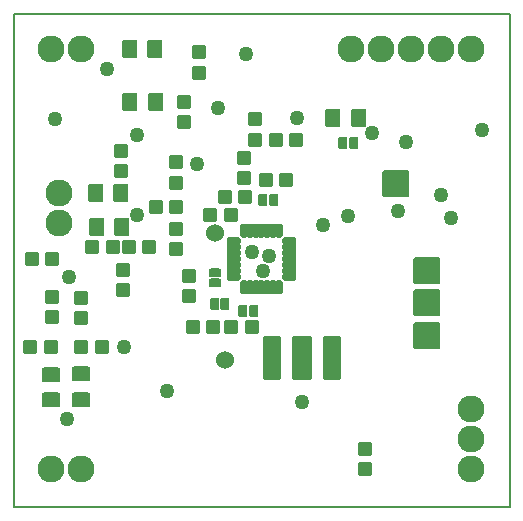
<source format=gts>
G04 PROTEUS RS274X GERBER FILE*
%FSLAX45Y45*%
%MOMM*%
G01*
%ADD14C,1.270000*%
%ADD28C,1.524000*%
%AMPPAD021*
4,1,36,
0.700000,-1.827000,
-0.700000,-1.827000,
-0.725970,-1.824470,
-0.749980,-1.817200,
-0.771580,-1.805650,
-0.790290,-1.790290,
-0.805650,-1.771570,
-0.817200,-1.749980,
-0.824470,-1.725970,
-0.827000,-1.700000,
-0.827000,1.700000,
-0.824470,1.725970,
-0.817200,1.749980,
-0.805650,1.771570,
-0.790290,1.790290,
-0.771580,1.805650,
-0.749980,1.817200,
-0.725970,1.824470,
-0.700000,1.827000,
0.700000,1.827000,
0.725970,1.824470,
0.749980,1.817200,
0.771580,1.805650,
0.790290,1.790290,
0.805650,1.771570,
0.817200,1.749980,
0.824470,1.725970,
0.827000,1.700000,
0.827000,-1.700000,
0.824470,-1.725970,
0.817200,-1.749980,
0.805650,-1.771570,
0.790290,-1.790290,
0.771580,-1.805650,
0.749980,-1.817200,
0.725970,-1.824470,
0.700000,-1.827000,
0*%
%ADD29PPAD021*%
%AMPPAD022*
4,1,36,
0.600000,-1.827000,
-0.600000,-1.827000,
-0.625970,-1.824470,
-0.649980,-1.817200,
-0.671580,-1.805650,
-0.690290,-1.790290,
-0.705650,-1.771570,
-0.717200,-1.749980,
-0.724470,-1.725970,
-0.727000,-1.700000,
-0.727000,1.700000,
-0.724470,1.725970,
-0.717200,1.749980,
-0.705650,1.771570,
-0.690290,1.790290,
-0.671580,1.805650,
-0.649980,1.817200,
-0.625970,1.824470,
-0.600000,1.827000,
0.600000,1.827000,
0.625970,1.824470,
0.649980,1.817200,
0.671580,1.805650,
0.690290,1.790290,
0.705650,1.771570,
0.717200,1.749980,
0.724470,1.725970,
0.727000,1.700000,
0.727000,-1.700000,
0.724470,-1.725970,
0.717200,-1.749980,
0.705650,-1.771570,
0.690290,-1.790290,
0.671580,-1.805650,
0.649980,-1.817200,
0.625970,-1.824470,
0.600000,-1.827000,
0*%
%ADD72PPAD022*%
%AMPPAD023*
4,1,48,
-0.005000,-0.845000,
-0.042410,-0.843180,
-0.078610,-0.837840,
-0.113420,-0.829130,
-0.146680,-0.817230,
-0.207900,-0.784490,
-0.260940,-0.740940,
-0.304490,-0.687900,
-0.322290,-0.658230,
-0.337230,-0.626680,
-0.349130,-0.593420,
-0.357840,-0.558610,
-0.363180,-0.522410,
-0.365000,-0.485000,
-0.365000,0.125000,
-0.363790,0.149940,
-0.354420,0.197280,
-0.336520,0.240480,
-0.310980,0.278680,
-0.278680,0.310990,
-0.240480,0.336530,
-0.197280,0.354420,
-0.149940,0.363790,
-0.125000,0.365000,
0.125000,0.365000,
0.149940,0.363790,
0.197280,0.354420,
0.240480,0.336530,
0.278680,0.310990,
0.310980,0.278680,
0.336520,0.240480,
0.354420,0.197280,
0.363790,0.149940,
0.365000,0.125000,
0.365000,-0.485000,
0.363180,-0.522410,
0.357840,-0.558610,
0.349130,-0.593420,
0.337230,-0.626680,
0.322290,-0.658230,
0.304490,-0.687900,
0.260940,-0.740940,
0.207900,-0.784490,
0.178230,-0.802290,
0.146680,-0.817230,
0.113420,-0.829130,
0.078610,-0.837840,
0.042410,-0.843180,
-0.005000,-0.845000,
0*%
%ADD73PPAD023*%
%AMPPAD024*
4,1,48,
0.845000,-0.005000,
0.843180,-0.042410,
0.837840,-0.078610,
0.829130,-0.113420,
0.817230,-0.146680,
0.784490,-0.207900,
0.740940,-0.260940,
0.687900,-0.304490,
0.658230,-0.322290,
0.626680,-0.337230,
0.593420,-0.349130,
0.558610,-0.357840,
0.522410,-0.363180,
0.485000,-0.365000,
-0.125000,-0.365000,
-0.149940,-0.363790,
-0.197280,-0.354420,
-0.240480,-0.336520,
-0.278680,-0.310980,
-0.310990,-0.278680,
-0.336530,-0.240480,
-0.354420,-0.197280,
-0.363790,-0.149940,
-0.365000,-0.125000,
-0.365000,0.125000,
-0.363790,0.149940,
-0.354420,0.197280,
-0.336530,0.240480,
-0.310990,0.278680,
-0.278680,0.310980,
-0.240480,0.336520,
-0.197280,0.354420,
-0.149940,0.363790,
-0.125000,0.365000,
0.485000,0.365000,
0.522410,0.363180,
0.558610,0.357840,
0.593420,0.349130,
0.626680,0.337230,
0.658230,0.322290,
0.687900,0.304490,
0.740940,0.260940,
0.784490,0.207900,
0.802290,0.178230,
0.817230,0.146680,
0.829130,0.113420,
0.837840,0.078610,
0.843180,0.042410,
0.845000,-0.005000,
0*%
%ADD30PPAD024*%
%AMPPAD025*
4,1,48,
0.005000,0.845000,
0.042410,0.843180,
0.078610,0.837840,
0.113420,0.829130,
0.146680,0.817230,
0.207900,0.784490,
0.260940,0.740940,
0.304490,0.687900,
0.322290,0.658230,
0.337230,0.626680,
0.349130,0.593420,
0.357840,0.558610,
0.363180,0.522410,
0.365000,0.485000,
0.365000,-0.125000,
0.363790,-0.149940,
0.354420,-0.197280,
0.336520,-0.240480,
0.310980,-0.278680,
0.278680,-0.310990,
0.240480,-0.336530,
0.197280,-0.354420,
0.149940,-0.363790,
0.125000,-0.365000,
-0.125000,-0.365000,
-0.149940,-0.363790,
-0.197280,-0.354420,
-0.240480,-0.336530,
-0.278680,-0.310990,
-0.310980,-0.278680,
-0.336520,-0.240480,
-0.354420,-0.197280,
-0.363790,-0.149940,
-0.365000,-0.125000,
-0.365000,0.485000,
-0.363180,0.522410,
-0.357840,0.558610,
-0.349130,0.593420,
-0.337230,0.626680,
-0.322290,0.658230,
-0.304490,0.687900,
-0.260940,0.740940,
-0.207900,0.784490,
-0.178230,0.802290,
-0.146680,0.817230,
-0.113420,0.829130,
-0.078610,0.837840,
-0.042410,0.843180,
0.005000,0.845000,
0*%
%ADD31PPAD025*%
%AMPPAD026*
4,1,48,
-0.845000,0.005000,
-0.843180,0.042410,
-0.837840,0.078610,
-0.829130,0.113420,
-0.817230,0.146680,
-0.784490,0.207900,
-0.740940,0.260940,
-0.687900,0.304490,
-0.658230,0.322290,
-0.626680,0.337230,
-0.593420,0.349130,
-0.558610,0.357840,
-0.522410,0.363180,
-0.485000,0.365000,
0.125000,0.365000,
0.149940,0.363790,
0.197280,0.354420,
0.240480,0.336520,
0.278680,0.310980,
0.310990,0.278680,
0.336530,0.240480,
0.354420,0.197280,
0.363790,0.149940,
0.365000,0.125000,
0.365000,-0.125000,
0.363790,-0.149940,
0.354420,-0.197280,
0.336530,-0.240480,
0.310990,-0.278680,
0.278680,-0.310980,
0.240480,-0.336520,
0.197280,-0.354420,
0.149940,-0.363790,
0.125000,-0.365000,
-0.485000,-0.365000,
-0.522410,-0.363180,
-0.558610,-0.357840,
-0.593420,-0.349130,
-0.626680,-0.337230,
-0.658230,-0.322290,
-0.687900,-0.304490,
-0.740940,-0.260940,
-0.784490,-0.207900,
-0.802290,-0.178230,
-0.817230,-0.146680,
-0.829130,-0.113420,
-0.837840,-0.078610,
-0.843180,-0.042410,
-0.845000,0.005000,
0*%
%ADD32PPAD026*%
%AMPPAD027*
4,1,36,
0.254000,-0.508000,
-0.254000,-0.508000,
-0.279970,-0.505470,
-0.303980,-0.498200,
-0.325580,-0.486650,
-0.344290,-0.471290,
-0.359650,-0.452570,
-0.371200,-0.430980,
-0.378470,-0.406970,
-0.381000,-0.381000,
-0.381000,0.381000,
-0.378470,0.406970,
-0.371200,0.430980,
-0.359650,0.452570,
-0.344290,0.471290,
-0.325580,0.486650,
-0.303980,0.498200,
-0.279970,0.505470,
-0.254000,0.508000,
0.254000,0.508000,
0.279970,0.505470,
0.303980,0.498200,
0.325580,0.486650,
0.344290,0.471290,
0.359650,0.452570,
0.371200,0.430980,
0.378470,0.406970,
0.381000,0.381000,
0.381000,-0.381000,
0.378470,-0.406970,
0.371200,-0.430980,
0.359650,-0.452570,
0.344290,-0.471290,
0.325580,-0.486650,
0.303980,-0.498200,
0.279970,-0.505470,
0.254000,-0.508000,
0*%
%ADD33PPAD027*%
%ADD34C,2.286000*%
%AMPPAD029*
4,1,36,
-0.508000,0.762000,
0.508000,0.762000,
0.533970,0.759470,
0.557980,0.752200,
0.579580,0.740650,
0.598290,0.725290,
0.613650,0.706570,
0.625200,0.684980,
0.632470,0.660970,
0.635000,0.635000,
0.635000,-0.635000,
0.632470,-0.660970,
0.625200,-0.684980,
0.613650,-0.706570,
0.598290,-0.725290,
0.579580,-0.740650,
0.557980,-0.752200,
0.533970,-0.759470,
0.508000,-0.762000,
-0.508000,-0.762000,
-0.533970,-0.759470,
-0.557980,-0.752200,
-0.579580,-0.740650,
-0.598290,-0.725290,
-0.613650,-0.706570,
-0.625200,-0.684980,
-0.632470,-0.660970,
-0.635000,-0.635000,
-0.635000,0.635000,
-0.632470,0.660970,
-0.625200,0.684980,
-0.613650,0.706570,
-0.598290,0.725290,
-0.579580,0.740650,
-0.557980,0.752200,
-0.533970,0.759470,
-0.508000,0.762000,
0*%
%ADD35PPAD029*%
%AMPPAD030*
4,1,36,
-0.571500,-0.444500,
-0.571500,0.444500,
-0.568970,0.470470,
-0.561700,0.494480,
-0.550150,0.516080,
-0.534790,0.534790,
-0.516070,0.550150,
-0.494480,0.561700,
-0.470470,0.568970,
-0.444500,0.571500,
0.444500,0.571500,
0.470470,0.568970,
0.494480,0.561700,
0.516070,0.550150,
0.534790,0.534790,
0.550150,0.516080,
0.561700,0.494480,
0.568970,0.470470,
0.571500,0.444500,
0.571500,-0.444500,
0.568970,-0.470470,
0.561700,-0.494480,
0.550150,-0.516080,
0.534790,-0.534790,
0.516070,-0.550150,
0.494480,-0.561700,
0.470470,-0.568970,
0.444500,-0.571500,
-0.444500,-0.571500,
-0.470470,-0.568970,
-0.494480,-0.561700,
-0.516070,-0.550150,
-0.534790,-0.534790,
-0.550150,-0.516080,
-0.561700,-0.494480,
-0.568970,-0.470470,
-0.571500,-0.444500,
0*%
%ADD36PPAD030*%
%AMPPAD031*
4,1,36,
-0.762000,-0.508000,
-0.762000,0.508000,
-0.759470,0.533970,
-0.752200,0.557980,
-0.740650,0.579580,
-0.725290,0.598290,
-0.706570,0.613650,
-0.684980,0.625200,
-0.660970,0.632470,
-0.635000,0.635000,
0.635000,0.635000,
0.660970,0.632470,
0.684980,0.625200,
0.706570,0.613650,
0.725290,0.598290,
0.740650,0.579580,
0.752200,0.557980,
0.759470,0.533970,
0.762000,0.508000,
0.762000,-0.508000,
0.759470,-0.533970,
0.752200,-0.557980,
0.740650,-0.579580,
0.725290,-0.598290,
0.706570,-0.613650,
0.684980,-0.625200,
0.660970,-0.632470,
0.635000,-0.635000,
-0.635000,-0.635000,
-0.660970,-0.632470,
-0.684980,-0.625200,
-0.706570,-0.613650,
-0.725290,-0.598290,
-0.740650,-0.579580,
-0.752200,-0.557980,
-0.759470,-0.533970,
-0.762000,-0.508000,
0*%
%ADD37PPAD031*%
%AMPPAD032*
4,1,36,
-0.444500,0.571500,
0.444500,0.571500,
0.470470,0.568970,
0.494480,0.561700,
0.516080,0.550150,
0.534790,0.534790,
0.550150,0.516070,
0.561700,0.494480,
0.568970,0.470470,
0.571500,0.444500,
0.571500,-0.444500,
0.568970,-0.470470,
0.561700,-0.494480,
0.550150,-0.516070,
0.534790,-0.534790,
0.516080,-0.550150,
0.494480,-0.561700,
0.470470,-0.568970,
0.444500,-0.571500,
-0.444500,-0.571500,
-0.470470,-0.568970,
-0.494480,-0.561700,
-0.516080,-0.550150,
-0.534790,-0.534790,
-0.550150,-0.516070,
-0.561700,-0.494480,
-0.568970,-0.470470,
-0.571500,-0.444500,
-0.571500,0.444500,
-0.568970,0.470470,
-0.561700,0.494480,
-0.550150,0.516070,
-0.534790,0.534790,
-0.516080,0.550150,
-0.494480,0.561700,
-0.470470,0.568970,
-0.444500,0.571500,
0*%
%ADD38PPAD032*%
%AMPPAD033*
4,1,36,
0.508000,0.254000,
0.508000,-0.254000,
0.505470,-0.279970,
0.498200,-0.303980,
0.486650,-0.325580,
0.471290,-0.344290,
0.452570,-0.359650,
0.430980,-0.371200,
0.406970,-0.378470,
0.381000,-0.381000,
-0.381000,-0.381000,
-0.406970,-0.378470,
-0.430980,-0.371200,
-0.452570,-0.359650,
-0.471290,-0.344290,
-0.486650,-0.325580,
-0.498200,-0.303980,
-0.505470,-0.279970,
-0.508000,-0.254000,
-0.508000,0.254000,
-0.505470,0.279970,
-0.498200,0.303980,
-0.486650,0.325580,
-0.471290,0.344290,
-0.452570,0.359650,
-0.430980,0.371200,
-0.406970,0.378470,
-0.381000,0.381000,
0.381000,0.381000,
0.406970,0.378470,
0.430980,0.371200,
0.452570,0.359650,
0.471290,0.344290,
0.486650,0.325580,
0.498200,0.303980,
0.505470,0.279970,
0.508000,0.254000,
0*%
%ADD39PPAD033*%
%AMPPAD034*
4,1,36,
-1.016000,1.143000,
1.016000,1.143000,
1.041970,1.140470,
1.065980,1.133200,
1.087580,1.121650,
1.106290,1.106290,
1.121650,1.087570,
1.133200,1.065980,
1.140470,1.041970,
1.143000,1.016000,
1.143000,-1.016000,
1.140470,-1.041970,
1.133200,-1.065980,
1.121650,-1.087570,
1.106290,-1.106290,
1.087580,-1.121650,
1.065980,-1.133200,
1.041970,-1.140470,
1.016000,-1.143000,
-1.016000,-1.143000,
-1.041970,-1.140470,
-1.065980,-1.133200,
-1.087580,-1.121650,
-1.106290,-1.106290,
-1.121650,-1.087570,
-1.133200,-1.065980,
-1.140470,-1.041970,
-1.143000,-1.016000,
-1.143000,1.016000,
-1.140470,1.041970,
-1.133200,1.065980,
-1.121650,1.087570,
-1.106290,1.106290,
-1.087580,1.121650,
-1.065980,1.133200,
-1.041970,1.140470,
-1.016000,1.143000,
0*%
%ADD40PPAD034*%
%ADD11C,0.203200*%
%TD.AperFunction*%
D14*
X+1861408Y+480144D03*
X+1778496Y+674383D03*
X-905045Y-615494D03*
X-794930Y+1183060D03*
X-288398Y+937135D03*
X+599868Y-1077979D03*
X+326000Y+159000D03*
X+556000Y+1329000D03*
X+776000Y+419000D03*
X+2123503Y+1222574D03*
X+1416000Y+539000D03*
X+126000Y+1869000D03*
X-1489818Y+1312596D03*
X+988506Y+494908D03*
X+1478471Y+1123453D03*
X+178874Y+189000D03*
X+268520Y+31520D03*
X-1053001Y+1742191D03*
X-107186Y+1412994D03*
X-1374000Y-21000D03*
X-1384000Y-1221000D03*
X-792317Y+504419D03*
D28*
X-134000Y+349000D03*
X-54000Y-721000D03*
D14*
X+1196000Y+1199000D03*
X-540263Y-987327D03*
D29*
X+601980Y-703580D03*
D72*
X+351980Y-703580D03*
X+851980Y-703580D03*
D73*
X+408780Y+390180D03*
X+358780Y+390180D03*
X+308780Y+390180D03*
X+258780Y+390180D03*
X+208780Y+390180D03*
X+158780Y+390180D03*
X+108780Y+390180D03*
D30*
X-1220Y+280180D03*
X-1220Y+230180D03*
X-1220Y+180180D03*
X-1220Y+130180D03*
X-1220Y+80180D03*
X-1220Y+30180D03*
X-1220Y-19820D03*
D31*
X+108780Y-129820D03*
X+158780Y-129820D03*
X+208780Y-129820D03*
X+258780Y-129820D03*
X+308780Y-129820D03*
X+358780Y-129820D03*
X+408780Y-129820D03*
D32*
X+518780Y-19820D03*
X+518780Y+30180D03*
X+518780Y+80180D03*
X+518780Y+130180D03*
X+518780Y+180180D03*
X+518780Y+230180D03*
X+518780Y+280180D03*
D33*
X+367380Y+626820D03*
X+275940Y+626820D03*
D34*
X-1524000Y-1651000D03*
X-1270000Y-1651000D03*
X+2032000Y-1651000D03*
X+2032000Y-1397000D03*
X+2032000Y-1143000D03*
X+2032000Y+1905000D03*
X+1778000Y+1905000D03*
X+1524000Y+1905000D03*
X+1270000Y+1905000D03*
X+1016000Y+1905000D03*
X-1270000Y+1905000D03*
X-1524000Y+1905000D03*
D35*
X-850900Y+1463040D03*
X-637540Y+1463040D03*
X-855980Y+1905000D03*
X-642620Y+1905000D03*
D36*
X-398780Y+1290320D03*
X-398780Y+1463040D03*
X-266700Y+1882140D03*
X-266700Y+1709420D03*
X+114300Y+812800D03*
X+114300Y+985520D03*
X+205740Y+1140460D03*
X+205740Y+1313180D03*
D37*
X-1267460Y-1059180D03*
X-1267460Y-845820D03*
X-1524000Y-1064260D03*
X-1524000Y-850900D03*
D38*
X-1264920Y-617220D03*
X-1092200Y-617220D03*
X-1699260Y-612140D03*
X-1526540Y-612140D03*
D36*
X-1267460Y-195580D03*
X-1267460Y-368300D03*
X-1511300Y-187960D03*
X-1511300Y-360680D03*
D35*
X+1082040Y+1325880D03*
X+868680Y+1325880D03*
D33*
X+952500Y+1109980D03*
X+1043940Y+1109980D03*
D38*
X-319940Y-446880D03*
X-147220Y-446880D03*
D33*
X-45720Y-248920D03*
X-137160Y-248920D03*
D38*
X+297040Y+801380D03*
X+469760Y+801380D03*
X-50800Y+652780D03*
X+121920Y+652780D03*
X+553720Y+1140460D03*
X+381000Y+1140460D03*
D36*
X-914400Y+38100D03*
X-914400Y-134620D03*
D38*
X-1513840Y+129540D03*
X-1686560Y+129540D03*
D36*
X+1137760Y-1477019D03*
X+1137760Y-1649739D03*
X-356720Y-12261D03*
X-356720Y-184981D03*
D39*
X-137160Y+15240D03*
X-137160Y-76200D03*
D33*
X+101600Y-309880D03*
X+193040Y-309880D03*
D38*
X-2540Y+505460D03*
X-175260Y+505460D03*
D36*
X-464820Y+777240D03*
X-464820Y+949960D03*
X-462280Y+388620D03*
X-462280Y+215900D03*
D38*
X-464820Y+568960D03*
X-637540Y+568960D03*
X-693360Y+234360D03*
X-866080Y+234360D03*
D36*
X-929640Y+876300D03*
X-929640Y+1049020D03*
D38*
X-1174740Y+233680D03*
X-1002020Y+233680D03*
D35*
X-1143000Y+693420D03*
X-929640Y+693420D03*
X-1135380Y+399420D03*
X-922020Y+399420D03*
D34*
X-1452880Y+439420D03*
X-1452880Y+693420D03*
D40*
X+1397000Y+769620D03*
X+1661160Y+31460D03*
X+1658620Y-520700D03*
X+1658620Y-243840D03*
D38*
X+2540Y-444500D03*
X+175260Y-444500D03*
D11*
X-1839040Y-1971900D02*
X+2360960Y-1971900D01*
X+2360960Y+2208100D01*
X-1839040Y+2208100D01*
X-1839040Y-1971900D01*
M02*

</source>
